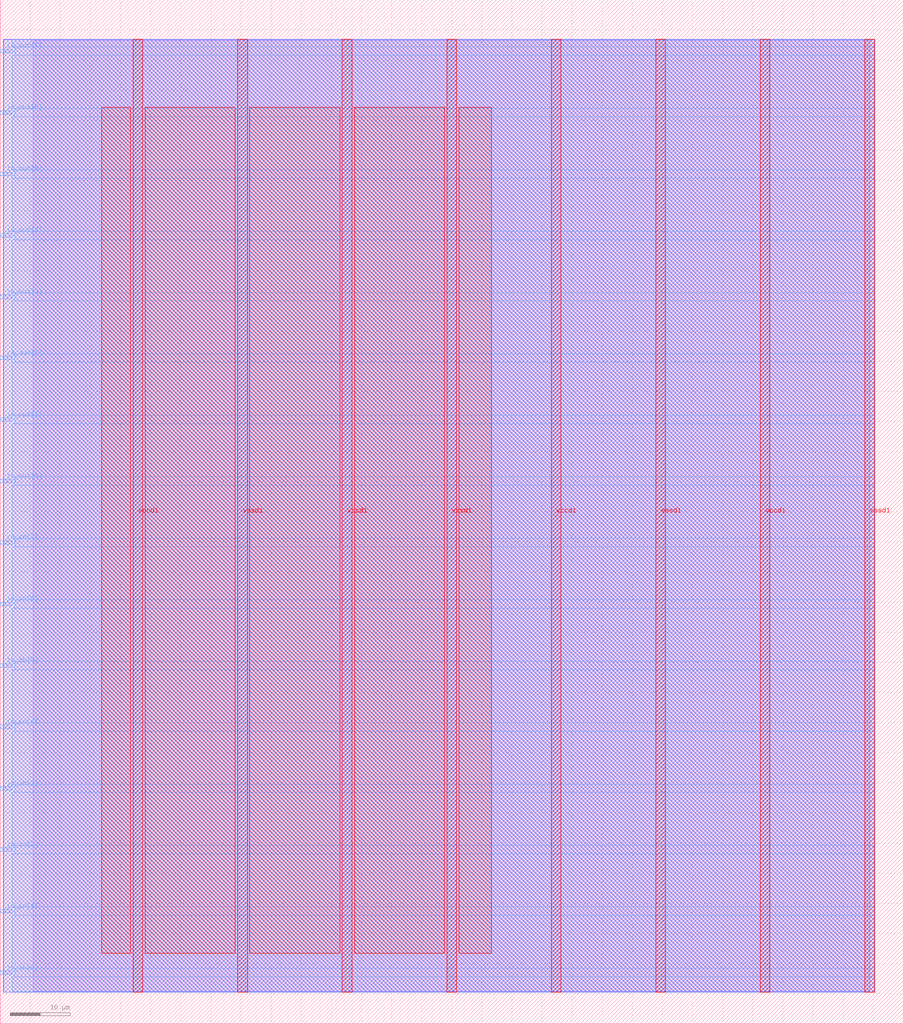
<source format=lef>
VERSION 5.7 ;
  NOWIREEXTENSIONATPIN ON ;
  DIVIDERCHAR "/" ;
  BUSBITCHARS "[]" ;
MACRO recepsaid_euclidean_algorithm
  CLASS BLOCK ;
  FOREIGN recepsaid_euclidean_algorithm ;
  ORIGIN 0.000 0.000 ;
  SIZE 150.000 BY 170.000 ;
  PIN io_in[0]
    DIRECTION INPUT ;
    USE SIGNAL ;
    PORT
      LAYER met3 ;
        RECT 0.000 8.200 2.000 8.800 ;
    END
  END io_in[0]
  PIN io_in[1]
    DIRECTION INPUT ;
    USE SIGNAL ;
    PORT
      LAYER met3 ;
        RECT 0.000 18.400 2.000 19.000 ;
    END
  END io_in[1]
  PIN io_in[2]
    DIRECTION INPUT ;
    USE SIGNAL ;
    PORT
      LAYER met3 ;
        RECT 0.000 28.600 2.000 29.200 ;
    END
  END io_in[2]
  PIN io_in[3]
    DIRECTION INPUT ;
    USE SIGNAL ;
    PORT
      LAYER met3 ;
        RECT 0.000 38.800 2.000 39.400 ;
    END
  END io_in[3]
  PIN io_in[4]
    DIRECTION INPUT ;
    USE SIGNAL ;
    PORT
      LAYER met3 ;
        RECT 0.000 49.000 2.000 49.600 ;
    END
  END io_in[4]
  PIN io_in[5]
    DIRECTION INPUT ;
    USE SIGNAL ;
    PORT
      LAYER met3 ;
        RECT 0.000 59.200 2.000 59.800 ;
    END
  END io_in[5]
  PIN io_in[6]
    DIRECTION INPUT ;
    USE SIGNAL ;
    PORT
      LAYER met3 ;
        RECT 0.000 69.400 2.000 70.000 ;
    END
  END io_in[6]
  PIN io_in[7]
    DIRECTION INPUT ;
    USE SIGNAL ;
    PORT
      LAYER met3 ;
        RECT 0.000 79.600 2.000 80.200 ;
    END
  END io_in[7]
  PIN io_out[0]
    DIRECTION OUTPUT TRISTATE ;
    USE SIGNAL ;
    PORT
      LAYER met3 ;
        RECT 0.000 89.800 2.000 90.400 ;
    END
  END io_out[0]
  PIN io_out[1]
    DIRECTION OUTPUT TRISTATE ;
    USE SIGNAL ;
    PORT
      LAYER met3 ;
        RECT 0.000 100.000 2.000 100.600 ;
    END
  END io_out[1]
  PIN io_out[2]
    DIRECTION OUTPUT TRISTATE ;
    USE SIGNAL ;
    PORT
      LAYER met3 ;
        RECT 0.000 110.200 2.000 110.800 ;
    END
  END io_out[2]
  PIN io_out[3]
    DIRECTION OUTPUT TRISTATE ;
    USE SIGNAL ;
    PORT
      LAYER met3 ;
        RECT 0.000 120.400 2.000 121.000 ;
    END
  END io_out[3]
  PIN io_out[4]
    DIRECTION OUTPUT TRISTATE ;
    USE SIGNAL ;
    PORT
      LAYER met3 ;
        RECT 0.000 130.600 2.000 131.200 ;
    END
  END io_out[4]
  PIN io_out[5]
    DIRECTION OUTPUT TRISTATE ;
    USE SIGNAL ;
    PORT
      LAYER met3 ;
        RECT 0.000 140.800 2.000 141.400 ;
    END
  END io_out[5]
  PIN io_out[6]
    DIRECTION OUTPUT TRISTATE ;
    USE SIGNAL ;
    PORT
      LAYER met3 ;
        RECT 0.000 151.000 2.000 151.600 ;
    END
  END io_out[6]
  PIN io_out[7]
    DIRECTION OUTPUT TRISTATE ;
    USE SIGNAL ;
    PORT
      LAYER met3 ;
        RECT 0.000 161.200 2.000 161.800 ;
    END
  END io_out[7]
  PIN vccd1
    DIRECTION INOUT ;
    USE POWER ;
    PORT
      LAYER met4 ;
        RECT 22.085 5.200 23.685 163.440 ;
    END
    PORT
      LAYER met4 ;
        RECT 56.815 5.200 58.415 163.440 ;
    END
    PORT
      LAYER met4 ;
        RECT 91.545 5.200 93.145 163.440 ;
    END
    PORT
      LAYER met4 ;
        RECT 126.275 5.200 127.875 163.440 ;
    END
  END vccd1
  PIN vssd1
    DIRECTION INOUT ;
    USE GROUND ;
    PORT
      LAYER met4 ;
        RECT 39.450 5.200 41.050 163.440 ;
    END
    PORT
      LAYER met4 ;
        RECT 74.180 5.200 75.780 163.440 ;
    END
    PORT
      LAYER met4 ;
        RECT 108.910 5.200 110.510 163.440 ;
    END
    PORT
      LAYER met4 ;
        RECT 143.640 5.200 145.240 163.440 ;
    END
  END vssd1
  OBS
      LAYER li1 ;
        RECT 5.520 5.355 144.440 163.285 ;
      LAYER met1 ;
        RECT 0.530 5.200 145.240 163.440 ;
      LAYER met2 ;
        RECT 0.560 5.255 145.210 163.385 ;
      LAYER met3 ;
        RECT 2.000 162.200 145.230 163.365 ;
        RECT 2.400 160.800 145.230 162.200 ;
        RECT 2.000 152.000 145.230 160.800 ;
        RECT 2.400 150.600 145.230 152.000 ;
        RECT 2.000 141.800 145.230 150.600 ;
        RECT 2.400 140.400 145.230 141.800 ;
        RECT 2.000 131.600 145.230 140.400 ;
        RECT 2.400 130.200 145.230 131.600 ;
        RECT 2.000 121.400 145.230 130.200 ;
        RECT 2.400 120.000 145.230 121.400 ;
        RECT 2.000 111.200 145.230 120.000 ;
        RECT 2.400 109.800 145.230 111.200 ;
        RECT 2.000 101.000 145.230 109.800 ;
        RECT 2.400 99.600 145.230 101.000 ;
        RECT 2.000 90.800 145.230 99.600 ;
        RECT 2.400 89.400 145.230 90.800 ;
        RECT 2.000 80.600 145.230 89.400 ;
        RECT 2.400 79.200 145.230 80.600 ;
        RECT 2.000 70.400 145.230 79.200 ;
        RECT 2.400 69.000 145.230 70.400 ;
        RECT 2.000 60.200 145.230 69.000 ;
        RECT 2.400 58.800 145.230 60.200 ;
        RECT 2.000 50.000 145.230 58.800 ;
        RECT 2.400 48.600 145.230 50.000 ;
        RECT 2.000 39.800 145.230 48.600 ;
        RECT 2.400 38.400 145.230 39.800 ;
        RECT 2.000 29.600 145.230 38.400 ;
        RECT 2.400 28.200 145.230 29.600 ;
        RECT 2.000 19.400 145.230 28.200 ;
        RECT 2.400 18.000 145.230 19.400 ;
        RECT 2.000 9.200 145.230 18.000 ;
        RECT 2.400 7.800 145.230 9.200 ;
        RECT 2.000 5.275 145.230 7.800 ;
      LAYER met4 ;
        RECT 16.855 11.735 21.685 152.145 ;
        RECT 24.085 11.735 39.050 152.145 ;
        RECT 41.450 11.735 56.415 152.145 ;
        RECT 58.815 11.735 73.780 152.145 ;
        RECT 76.180 11.735 81.585 152.145 ;
  END
END recepsaid_euclidean_algorithm
END LIBRARY


</source>
